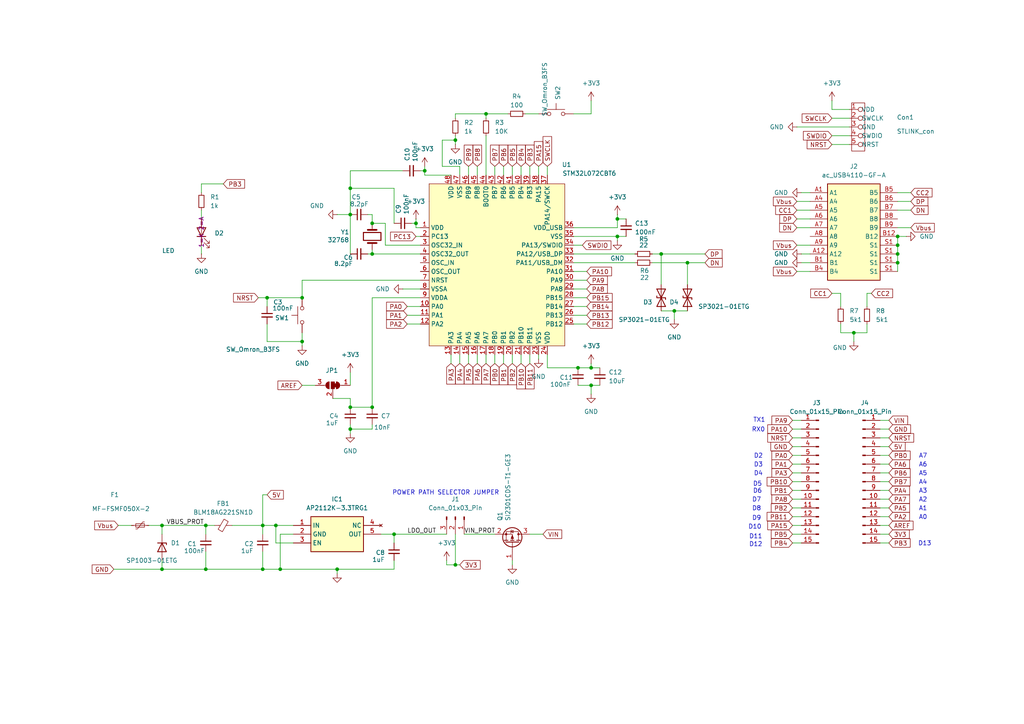
<source format=kicad_sch>
(kicad_sch (version 20250114) (generator "eeschema") (generator_version "9.0")
  (paper "A4")
  (title_block (title "Green Pill Nano") (date "31.10.2025") (rev "2.2") (company "LeanMCU"))
  (lib_symbols
    (symbol "Connector:Conn_01x03_Pin" (pin_names (offset 1.016) (hide yes))
      (property "Reference" "J" (at 0 5.08 0))
      (property "Value" "Conn_01x03_Pin" (at 0 -5.08 0))
      (symbol "Conn_01x03_Pin_1_1"
        (pin passive line (at 5.08 2.54 180) (length 3.81) (name "Pin_1") (number "1"))
        (pin passive line (at 5.08 0 180) (length 3.81) (name "Pin_2") (number "2"))
        (pin passive line (at 5.08 -2.54 180) (length 3.81) (name "Pin_3") (number "3"))
      )
    )
    (symbol "Connector:Conn_01x15_Pin" (pin_names (offset 1.016) (hide yes))
      (property "Reference" "J" (at 0 20.32 0))
      (property "Value" "Conn_01x15_Pin" (at 0 -20.32 0))
      (symbol "Conn_01x15_Pin_1_1"
        (pin passive line (at 5.08 17.78 180) (length 3.81) (name "Pin_1") (number "1"))
        (pin passive line (at 5.08 15.24 180) (length 3.81) (name "Pin_2") (number "2"))
        (pin passive line (at 5.08 12.7 180) (length 3.81) (name "Pin_3") (number "3"))
        (pin passive line (at 5.08 10.16 180) (length 3.81) (name "Pin_4") (number "4"))
        (pin passive line (at 5.08 7.62 180) (length 3.81) (name "Pin_5") (number "5"))
        (pin passive line (at 5.08 5.08 180) (length 3.81) (name "Pin_6") (number "6"))
        (pin passive line (at 5.08 2.54 180) (length 3.81) (name "Pin_7") (number "7"))
        (pin passive line (at 5.08 0 180) (length 3.81) (name "Pin_8") (number "8"))
        (pin passive line (at 5.08 -2.54 180) (length 3.81) (name "Pin_9") (number "9"))
        (pin passive line (at 5.08 -5.08 180) (length 3.81) (name "Pin_10") (number "10"))
        (pin passive line (at 5.08 -7.62 180) (length 3.81) (name "Pin_11") (number "11"))
        (pin passive line (at 5.08 -10.16 180) (length 3.81) (name "Pin_12") (number "12"))
        (pin passive line (at 5.08 -12.7 180) (length 3.81) (name "Pin_13") (number "13"))
        (pin passive line (at 5.08 -15.24 180) (length 3.81) (name "Pin_14") (number "14"))
        (pin passive line (at 5.08 -17.78 180) (length 3.81) (name "Pin_15") (number "15"))
      )
    )
    (symbol "Device:C_Small" (pin_numbers (hide yes)) (pin_names (offset 0.254) (hide yes))
      (property "Reference" "C" (at 0.254 1.778 0))
      (property "Value" "C_Small" (at 0.254 -2.032 0))
      (symbol "C_Small_1_1"
        (pin passive line (at 0 2.54 270) (length 2.032) (name "~") (number "1"))
        (pin passive line (at 0 -2.54 90) (length 2.032) (name "~") (number "2"))
      )
    )
    (symbol "Device:Crystal" (pin_numbers (hide yes)) (pin_names (offset 1.016) (hide yes))
      (property "Reference" "Y" (at 0 3.81 0))
      (property "Value" "Crystal" (at 0 -3.81 0))
      (symbol "Crystal_1_1"
        (pin passive line (at -3.81 0 0) (length 1.27) (name "1") (number "1"))
        (pin passive line (at 3.81 0 180) (length 1.27) (name "2") (number "2"))
      )
    )
    (symbol "Device:D_Zener" (pin_numbers (hide yes)) (pin_names (offset 1.016) (hide yes))
      (property "Reference" "D" (at 0 2.54 0))
      (property "Value" "D_Zener" (at 0 -2.54 0))
      (symbol "D_Zener_1_1"
        (pin passive line (at -3.81 0 0) (length 2.54) (name "K") (number "1"))
        (pin passive line (at 3.81 0 180) (length 2.54) (name "A") (number "2"))
      )
    )
    (symbol "Device:FerriteBead_Small" (pin_numbers (hide yes)) (pin_names (offset 0))
      (property "Reference" "FB" (at 1.905 1.27 0))
      (property "Value" "FerriteBead_Small" (at 1.905 -1.27 0))
      (symbol "FerriteBead_Small_1_1"
        (pin passive line (at 0 2.54 270) (length 1.27) (name "~") (number "1"))
        (pin passive line (at 0 -2.54 90) (length 1.27) (name "~") (number "2"))
      )
    )
    (symbol "Device:LED" (pin_numbers (hide yes)) (pin_names (offset 1.016) (hide yes))
      (property "Reference" "D" (at 0 2.54 0))
      (property "Value" "LED" (at 0 -2.54 0))
      (symbol "LED_1_1"
        (pin passive line (at -3.81 0 0) (length 2.54) (name "K") (number "1"))
        (pin passive line (at 3.81 0 180) (length 2.54) (name "A") (number "2"))
      )
    )
    (symbol "Device:Polyfuse_Small" (pin_numbers (hide yes)) (pin_names (offset 0))
      (property "Reference" "F" (at -1.905 0 90))
      (property "Value" "Polyfuse_Small" (at 1.905 0 90))
      (symbol "Polyfuse_Small_1_1"
        (pin passive line (at 0 2.54 270) (length 0.635) (name "~") (number "1"))
        (pin passive line (at 0 -2.54 90) (length 0.635) (name "~") (number "2"))
      )
    )
    (symbol "Device:R_Small" (pin_numbers (hide yes)) (pin_names (offset 0.254) (hide yes))
      (property "Reference" "R" (at 0 0 90))
      (property "Value" "R_Small" (at 1.778 0 90))
      (symbol "R_Small_1_1"
        (pin passive line (at 0 2.54 270) (length 0.762) (name "~") (number "1"))
        (pin passive line (at 0 -2.54 90) (length 0.762) (name "~") (number "2"))
      )
    )
    (symbol "Diode:1N62xxCA" (pin_numbers (hide yes)) (pin_names (offset 1.016) (hide yes))
      (property "Reference" "D" (at 0 2.54 0))
      (property "Value" "1N62xxCA" (at 0 -2.54 0))
      (symbol "1N62xxCA_1_1"
        (pin passive line (at -3.81 0 0) (length 2.54) (name "A1") (number "1"))
        (pin passive line (at 3.81 0 180) (length 2.54) (name "A2") (number "2"))
      )
    )
    (symbol "Jumper:SolderJumper_3_Bridged12" (pin_names (offset 0) (hide yes)) (in_bom no)
      (property "Reference" "JP" (at -2.54 -2.54 0))
      (property "Value" "SolderJumper_3_Bridged12" (at 0 2.794 0))
      (symbol "SolderJumper_3_Bridged12_1_1"
        (pin passive line (at -5.08 0 0) (length 2.54) (name "A") (number "1"))
        (pin passive line (at 0 -3.81 90) (length 2.54) (name "C") (number "2"))
        (pin passive line (at 5.08 0 180) (length 2.54) (name "B") (number "3"))
      )
    )
    (symbol "Switch:SW_Omron_B3FS" (pin_numbers (hide yes)) (pin_names (offset 1.016) (hide yes))
      (property "Reference" "SW" (at 1.27 2.54 0))
      (property "Value" "SW_Omron_B3FS" (at 0 -1.524 0))
      (symbol "SW_Omron_B3FS_0_1"
        (pin passive line (at -5.08 0 0) (length 2.54) (name "1") (number "1"))
        (pin passive line (at 5.08 0 180) (length 2.54) (name "2") (number "2"))
      )
    )
    (symbol "Transistor_FET:BSS83P" (pin_names (hide yes))
      (property "Reference" "Q" (at 5.08 1.905 0))
      (property "Value" "BSS83P" (at 5.08 0 0))
      (symbol "BSS83P_1_1"
        (pin input line (at -5.08 0 0) (length 2.54) (name "G") (number "1"))
        (pin passive line (at 2.54 5.08 270) (length 2.54) (name "D") (number "3"))
        (pin passive line (at 2.54 -5.08 90) (length 2.54) (name "S") (number "2"))
      )
    )
    (symbol "ac_Library:STLINK_con" (pin_names (offset 1.016))
      (property "Reference" "Con" (at 0 8.89 0))
      (property "Value" "STLINK_con" (at 0 -10.16 0))
      (symbol "STLINK_con_1_1"
        (pin bidirectional line (at -2.54 5.08 0) (length 2.54) (name "VDD") (number "1"))
        (pin bidirectional line (at -2.54 2.54 0) (length 2.54) (name "SWCLK") (number "2"))
        (pin bidirectional line (at -2.54 0 0) (length 2.54) (name "GND") (number "3"))
        (pin bidirectional line (at -2.54 -2.54 0) (length 2.54) (name "SWDIO") (number "4"))
        (pin bidirectional line (at -2.54 -5.08 0) (length 2.54) (name "NRST") (number "5"))
      )
    )
    (symbol "ac_Library:STM32L072CB"
      (property "Reference" "U" (at 0 37.846 0))
      (symbol "STM32L072CB_1_1"
        (pin input line (at -22.86 13.97 0) (length 2.54) (name "VDD") (number "1"))
        (pin input line (at -22.86 11.43 0) (length 2.54) (name "PC13") (number "2"))
        (pin input line (at -22.86 8.89 0) (length 2.54) (name "OSC32_IN") (number "3"))
        (pin input line (at -22.86 6.35 0) (length 2.54) (name "OSC32_OUT") (number "4"))
        (pin input line (at -22.86 3.81 0) (length 2.54) (name "OSC_IN") (number "5"))
        (pin input line (at -22.86 1.27 0) (length 2.54) (name "OSC_OUT") (number "6"))
        (pin input line (at -22.86 -1.27 0) (length 2.54) (name "NRST") (number "7"))
        (pin input line (at -22.86 -3.81 0) (length 2.54) (name "VSSA") (number "8"))
        (pin input line (at -22.86 -6.35 0) (length 2.54) (name "VDDA") (number "9"))
        (pin input line (at -22.86 -8.89 0) (length 2.54) (name "PA0") (number "10"))
        (pin input line (at -22.86 -11.43 0) (length 2.54) (name "PA1") (number "11"))
        (pin input line (at -22.86 -13.97 0) (length 2.54) (name "PA2") (number "12"))
        (pin input line (at -13.97 29.21 270) (length 2.54) (name "VDD") (number "48"))
        (pin input line (at -13.97 -22.86 90) (length 2.54) (name "PA3") (number "13"))
        (pin input line (at -11.43 29.21 270) (length 2.54) (name "VSS") (number "47"))
        (pin input line (at -11.43 -22.86 90) (length 2.54) (name "PA4") (number "14"))
        (pin input line (at -8.89 29.21 270) (length 2.54) (name "PB9") (number "46"))
        (pin input line (at -8.89 -22.86 90) (length 2.54) (name "PA5") (number "15"))
        (pin input line (at -6.35 29.21 270) (length 2.54) (name "PB8") (number "45"))
        (pin input line (at -6.35 -22.86 90) (length 2.54) (name "PA6") (number "16"))
        (pin input line (at -3.81 29.21 270) (length 2.54) (name "BOOT0") (number "44"))
        (pin input line (at -3.81 -22.86 90) (length 2.54) (name "PA7") (number "17"))
        (pin input line (at -1.27 29.21 270) (length 2.54) (name "PB7") (number "43"))
        (pin input line (at -1.27 -22.86 90) (length 2.54) (name "PB0") (number "18"))
        (pin input line (at 1.27 29.21 270) (length 2.54) (name "PB6") (number "42"))
        (pin input line (at 1.27 -22.86 90) (length 2.54) (name "PB1") (number "19"))
        (pin input line (at 3.81 29.21 270) (length 2.54) (name "PB5") (number "41"))
        (pin input line (at 3.81 -22.86 90) (length 2.54) (name "PB2") (number "20"))
        (pin input line (at 6.35 29.21 270) (length 2.54) (name "PB4") (number "40"))
        (pin input line (at 6.35 -22.86 90) (length 2.54) (name "PB10") (number "21"))
        (pin input line (at 8.89 29.21 270) (length 2.54) (name "PB3") (number "39"))
        (pin input line (at 8.89 -22.86 90) (length 2.54) (name "PB11") (number "22"))
        (pin input line (at 11.43 29.21 270) (length 2.54) (name "PA15") (number "38"))
        (pin input line (at 11.43 -22.86 90) (length 2.54) (name "VSS") (number "23"))
        (pin input line (at 13.97 29.21 270) (length 2.54) (name "PA14/SWCK") (number "37"))
        (pin input line (at 13.97 -22.86 90) (length 2.54) (name "VDD") (number "24"))
        (pin input line (at 21.59 13.97 180) (length 2.54) (name "VDD_USB") (number "36"))
        (pin input line (at 21.59 11.43 180) (length 2.54) (name "VSS") (number "35"))
        (pin input line (at 21.59 8.89 180) (length 2.54) (name "PA13/SWDIO") (number "34"))
        (pin input line (at 21.59 6.35 180) (length 2.54) (name "PA12/USB_DP") (number "33"))
        (pin input line (at 21.59 3.81 180) (length 2.54) (name "PA11/USB_DM") (number "32"))
        (pin input line (at 21.59 1.27 180) (length 2.54) (name "PA10") (number "31"))
        (pin input line (at 21.59 -1.27 180) (length 2.54) (name "PA9") (number "30"))
        (pin input line (at 21.59 -3.81 180) (length 2.54) (name "PA8") (number "29"))
        (pin input line (at 21.59 -6.35 180) (length 2.54) (name "PB15") (number "28"))
        (pin input line (at 21.59 -8.89 180) (length 2.54) (name "PB14") (number "27"))
        (pin input line (at 21.59 -11.43 180) (length 2.54) (name "PB13") (number "26"))
        (pin input line (at 21.59 -13.97 180) (length 2.54) (name "PB12") (number "25"))
      )
    )
    (symbol "ac_Library:TPS7A0233PDBVR"
      (property "Reference" "IC" (at 21.59 7.62 0))
      (property "Value" "TPS7A0233PDBVR" (at 21.59 5.08 0))
      (symbol "TPS7A0233PDBVR_1_1"
        (pin passive line (at 0 0 0) (length 5.08) (name "IN") (number "1"))
        (pin passive line (at 0 -2.54 0) (length 5.08) (name "GND") (number "2"))
        (pin passive line (at 0 -5.08 0) (length 5.08) (name "EN") (number "3"))
        (pin no_connect line (at 25.4 0 180) (length 5.08) (name "NC") (number "4"))
        (pin passive line (at 25.4 -2.54 180) (length 5.08) (name "OUT") (number "5"))
      )
    )
    (symbol "ac_USB_c_16p_1"
      (property "Reference" "J" (at 21.59 7.62 0))
      (property "Value" "ac_USB4110-GF-A" (at 21.59 5.08 0))
      (symbol "ac_USB_c_16p_1_1_1"
        (pin passive line (at 0 0 0) (length 5.08) (name "A1") (number "A1"))
        (pin passive line (at 0 -2.54 0) (length 5.08) (name "A4") (number "A4"))
        (pin passive line (at 0 -5.08 0) (length 5.08) (name "A5") (number "A5"))
        (pin passive line (at 0 -7.62 0) (length 5.08) (name "A6") (number "A6"))
        (pin passive line (at 0 -10.16 0) (length 5.08) (name "A7") (number "A7"))
        (pin passive line (at 0 -12.7 0) (length 5.08) (name "A8") (number "A8"))
        (pin passive line (at 0 -15.24 0) (length 5.08) (name "A9") (number "A9"))
        (pin passive line (at 0 -17.78 0) (length 5.08) (name "A12") (number "A12"))
        (pin passive line (at 0 -20.32 0) (length 5.08) (name "B1") (number "B1"))
        (pin passive line (at 0 -22.86 0) (length 5.08) (name "B4") (number "B4"))
        (pin passive line (at 25.4 0 180) (length 5.08) (name "B5") (number "B5"))
        (pin passive line (at 25.4 -2.54 180) (length 5.08) (name "B6") (number "B6"))
        (pin passive line (at 25.4 -5.08 180) (length 5.08) (name "B7") (number "B7"))
        (pin passive line (at 25.4 -7.62 180) (length 5.08) (name "B8") (number "B8"))
        (pin passive line (at 25.4 -10.16 180) (length 5.08) (name "B9") (number "B9"))
        (pin passive line (at 25.4 -12.7 180) (length 5.08) (name "B12") (number "B12"))
        (pin passive line (at 25.4 -15.24 180) (length 5.08) (name "S1") (number "S1"))
        (pin passive line (at 25.4 -17.78 180) (length 5.08) (name "S1") (number "S1"))
        (pin passive line (at 25.4 -20.32 180) (length 5.08) (name "S1") (number "S1"))
        (pin passive line (at 25.4 -22.86 180) (length 5.08) (name "S1") (number "S1"))
      )
    )
    (symbol "power:+3V3" (power) (pin_numbers (hide yes)) (pin_names (offset 0) (hide yes))
      (property "Value" "+3V3" (at 0 3.556 0))
      (symbol "+3V3_1_1"
        (pin power_in line (at 0 0 90) (length 0) (name "~") (number "1"))
      )
    )
    (symbol "power:GND" (power) (pin_numbers (hide yes)) (pin_names (offset 0) (hide yes))
      (property "Value" "GND" (at 0 -3.81 0))
      (symbol "GND_1_1"
        (pin power_in line (at 0 0 270) (length 0) (name "~") (number "1"))
      )
    )
  )
  (text "D7" (at 219.456 145.034 0) (effects (font (size 1.27 1.27))))
  (text "A6" (at 267.716 134.874 0) (effects (font (size 1.27 1.27))))
  (text "TX1" (at 220.218 121.92 0) (effects (font (size 1.27 1.27))))
  (text "D5" (at 219.71 140.462 0) (effects (font (size 1.27 1.27))))
  (text "D11" (at 219.202 155.702 0) (effects (font (size 1.27 1.27))))
  (text "A0" (at 267.716 150.114 0) (effects (font (size 1.27 1.27))))
  (text "D13" (at 268.224 157.734 0) (effects (font (size 1.27 1.27))))
  (text "D3" (at 219.964 134.874 0) (effects (font (size 1.27 1.27))))
  (text "D8" (at 219.456 147.574 0) (effects (font (size 1.27 1.27))))
  (text "RX0" (at 219.964 124.714 0) (effects (font (size 1.27 1.27))))
  (text "D2" (at 219.964 132.334 0) (effects (font (size 1.27 1.27))))
  (text "D10\n" (at 218.948 152.908 0) (effects (font (size 1.27 1.27))))
  (text "D12" (at 219.202 157.988 0) (effects (font (size 1.27 1.27))))
  (text "A2" (at 267.716 145.034 0) (effects (font (size 1.27 1.27))))
  (text "D6" (at 219.71 142.494 0) (effects (font (size 1.27 1.27))))
  (text "POWER PATH SELECTOR JUMPER" (at 129.286 143.002 0) (effects (font (size 1.27 1.27))))
  (text "D4" (at 219.964 137.414 0) (effects (font (size 1.27 1.27))))
  (text "A3" (at 267.716 142.494 0) (effects (font (size 1.27 1.27))))
  (text "A1" (at 267.716 147.574 0) (effects (font (size 1.27 1.27))))
  (text "D9" (at 219.456 150.368 0) (effects (font (size 1.27 1.27))))
  (text "A5" (at 267.716 137.414 0) (effects (font (size 1.27 1.27))))
  (text "A7" (at 267.716 132.334 0) (effects (font (size 1.27 1.27))))
  (text "A4" (at 267.716 139.954 0) (effects (font (size 1.27 1.27))))
  (junction (at 101.6 62.23))
  (junction (at 179.07 68.58))
  (junction (at 247.65 96.52))
  (junction (at 59.69 165.1))
  (junction (at 80.01 152.4))
  (junction (at 191.77 73.66))
  (junction (at 120.65 64.77))
  (junction (at 101.6 124.46))
  (junction (at 167.64 106.68))
  (junction (at 123.19 49.53))
  (junction (at 87.63 99.06))
  (junction (at 171.45 106.68))
  (junction (at 81.28 165.1))
  (junction (at 140.97 33.02))
  (junction (at 97.79 165.1))
  (junction (at 179.07 63.5))
  (junction (at 171.45 111.76))
  (junction (at 107.95 64.77))
  (junction (at 199.39 76.2))
  (junction (at 260.35 73.66))
  (junction (at 76.2 165.1))
  (junction (at 46.99 165.1))
  (junction (at 195.58 90.17))
  (junction (at 59.69 152.4))
  (junction (at 132.08 163.83))
  (junction (at 107.95 118.11))
  (junction (at 101.6 54.61))
  (junction (at 87.63 86.36))
  (junction (at 260.35 71.12))
  (junction (at 101.6 118.11))
  (junction (at 77.47 86.36))
  (junction (at 114.3 154.94))
  (junction (at 260.35 68.58))
  (junction (at 76.2 152.4))
  (junction (at 132.08 40.64))
  (junction (at 46.99 152.4))
  (junction (at 260.35 76.2))
  (junction (at 107.95 73.66))
  (wire (pts (xy 87.63 99.06) (xy 87.63 100.33)))
  (wire (pts (xy 59.69 152.4) (xy 62.23 152.4)))
  (wire (pts (xy 140.97 34.29) (xy 140.97 33.02)))
  (wire (pts (xy 153.67 102.87) (xy 153.67 105.41)))
  (wire (pts (xy 119.38 64.77) (xy 120.65 64.77)))
  (wire (pts (xy 189.23 73.66) (xy 191.77 73.66)))
  (wire (pts (xy 116.84 83.82) (xy 121.92 83.82)))
  (wire (pts (xy 76.2 160.02) (xy 76.2 165.1)))
  (wire (pts (xy 128.27 48.26) (xy 128.27 40.64)))
  (wire (pts (xy 229.87 144.78) (xy 232.41 144.78)))
  (wire (pts (xy 132.08 33.02) (xy 132.08 34.29)))
  (wire (pts (xy 121.92 49.53) (xy 123.19 49.53)))
  (wire (pts (xy 166.37 33.02) (xy 171.45 33.02)))
  (wire (pts (xy 135.89 102.87) (xy 135.89 105.41)))
  (wire (pts (xy 229.87 142.24) (xy 232.41 142.24)))
  (wire (pts (xy 76.2 143.51) (xy 76.2 152.4)))
  (wire (pts (xy 151.13 48.26) (xy 151.13 50.8)))
  (wire (pts (xy 252.73 85.09) (xy 251.46 85.09)))
  (wire (pts (xy 81.28 165.1) (xy 97.79 165.1)))
  (wire (pts (xy 166.37 73.66) (xy 184.15 73.66)))
  (wire (pts (xy 132.08 163.83) (xy 133.35 163.83)))
  (wire (pts (xy 153.67 48.26) (xy 153.67 50.8)))
  (wire (pts (xy 143.51 48.26) (xy 143.51 50.8)))
  (wire (pts (xy 171.45 106.68) (xy 173.99 106.68)))
  (wire (pts (xy 199.39 76.2) (xy 199.39 82.55)))
  (wire (pts (xy 229.87 127) (xy 232.41 127)))
  (wire (pts (xy 255.27 147.32) (xy 257.81 147.32)))
  (wire (pts (xy 167.64 106.68) (xy 158.75 106.68)))
  (wire (pts (xy 260.35 73.66) (xy 260.35 76.2)))
  (wire (pts (xy 59.69 152.4) (xy 59.69 154.94)))
  (wire (pts (xy 151.13 102.87) (xy 151.13 105.41)))
  (wire (pts (xy 232.41 73.66) (xy 234.95 73.66)))
  (wire (pts (xy 251.46 85.09) (xy 251.46 88.9)))
  (wire (pts (xy 229.87 137.16) (xy 232.41 137.16)))
  (wire (pts (xy 255.27 152.4) (xy 257.81 152.4)))
  (wire (pts (xy 101.6 62.23) (xy 101.6 73.66)))
  (wire (pts (xy 166.37 78.74) (xy 170.18 78.74)))
  (wire (pts (xy 231.14 71.12) (xy 234.95 71.12)))
  (wire (pts (xy 133.35 48.26) (xy 128.27 48.26)))
  (wire (pts (xy 46.99 152.4) (xy 46.99 154.94)))
  (wire (pts (xy 255.27 129.54) (xy 257.81 129.54)))
  (wire (pts (xy 158.75 106.68) (xy 158.75 102.87)))
  (wire (pts (xy 260.35 71.12) (xy 260.35 73.66)))
  (wire (pts (xy 138.43 102.87) (xy 138.43 105.41)))
  (wire (pts (xy 85.09 154.94) (xy 81.28 154.94)))
  (wire (pts (xy 229.87 152.4) (xy 232.41 152.4)))
  (wire (pts (xy 148.59 48.26) (xy 148.59 50.8)))
  (wire (pts (xy 191.77 73.66) (xy 191.77 82.55)))
  (wire (pts (xy 111.76 71.12) (xy 121.92 71.12)))
  (wire (pts (xy 107.95 124.46) (xy 101.6 124.46)))
  (wire (pts (xy 229.87 149.86) (xy 232.41 149.86)))
  (wire (pts (xy 80.01 157.48) (xy 80.01 152.4)))
  (wire (pts (xy 118.11 88.9) (xy 121.92 88.9)))
  (wire (pts (xy 135.89 48.26) (xy 135.89 50.8)))
  (wire (pts (xy 229.87 139.7) (xy 232.41 139.7)))
  (wire (pts (xy 87.63 96.52) (xy 87.63 99.06)))
  (wire (pts (xy 231.14 60.96) (xy 234.95 60.96)))
  (wire (pts (xy 247.65 96.52) (xy 247.65 99.06)))
  (wire (pts (xy 114.3 157.48) (xy 114.3 154.94)))
  (wire (pts (xy 255.27 134.62) (xy 257.81 134.62)))
  (wire (pts (xy 114.3 54.61) (xy 101.6 54.61)))
  (wire (pts (xy 77.47 143.51) (xy 76.2 143.51)))
  (wire (pts (xy 241.3 39.37) (xy 246.38 39.37)))
  (wire (pts (xy 132.08 154.94) (xy 132.08 163.83)))
  (wire (pts (xy 120.65 63.5) (xy 120.65 64.77)))
  (wire (pts (xy 179.07 62.23) (xy 179.07 63.5)))
  (wire (pts (xy 191.77 90.17) (xy 195.58 90.17)))
  (wire (pts (xy 87.63 111.76) (xy 91.44 111.76)))
  (wire (pts (xy 33.02 165.1) (xy 46.99 165.1)))
  (wire (pts (xy 76.2 165.1) (xy 81.28 165.1)))
  (wire (pts (xy 231.14 36.83) (xy 246.38 36.83)))
  (wire (pts (xy 255.27 137.16) (xy 257.81 137.16)))
  (wire (pts (xy 167.64 106.68) (xy 171.45 106.68)))
  (wire (pts (xy 156.21 102.87) (xy 156.21 104.14)))
  (wire (pts (xy 255.27 127) (xy 257.81 127)))
  (wire (pts (xy 191.77 73.66) (xy 204.47 73.66)))
  (wire (pts (xy 255.27 149.86) (xy 257.81 149.86)))
  (wire (pts (xy 130.81 102.87) (xy 130.81 105.41)))
  (wire (pts (xy 132.08 33.02) (xy 140.97 33.02)))
  (wire (pts (xy 87.63 81.28) (xy 87.63 86.36)))
  (wire (pts (xy 133.35 50.8) (xy 133.35 48.26)))
  (wire (pts (xy 255.27 121.92) (xy 257.81 121.92)))
  (wire (pts (xy 46.99 152.4) (xy 59.69 152.4)))
  (wire (pts (xy 195.58 90.17) (xy 199.39 90.17)))
  (wire (pts (xy 87.63 81.28) (xy 121.92 81.28)))
  (wire (pts (xy 260.35 68.58) (xy 260.35 71.12)))
  (wire (pts (xy 107.95 73.66) (xy 121.92 73.66)))
  (wire (pts (xy 229.87 121.92) (xy 232.41 121.92)))
  (wire (pts (xy 199.39 76.2) (xy 204.47 76.2)))
  (wire (pts (xy 243.84 96.52) (xy 247.65 96.52)))
  (wire (pts (xy 59.69 160.02) (xy 59.69 165.1)))
  (wire (pts (xy 138.43 48.26) (xy 138.43 50.8)))
  (wire (pts (xy 179.07 66.04) (xy 179.07 63.5)))
  (wire (pts (xy 255.27 139.7) (xy 257.81 139.7)))
  (wire (pts (xy 241.3 34.29) (xy 246.38 34.29)))
  (wire (pts (xy 260.35 60.96) (xy 264.16 60.96)))
  (wire (pts (xy 166.37 93.98) (xy 170.18 93.98)))
  (wire (pts (xy 120.65 66.04) (xy 121.92 66.04)))
  (wire (pts (xy 231.14 66.04) (xy 234.95 66.04)))
  (wire (pts (xy 140.97 39.37) (xy 140.97 50.8)))
  (wire (pts (xy 133.35 102.87) (xy 133.35 105.41)))
  (wire (pts (xy 179.07 68.58) (xy 181.61 68.58)))
  (wire (pts (xy 107.95 124.46) (xy 107.95 123.19)))
  (wire (pts (xy 231.14 58.42) (xy 234.95 58.42)))
  (wire (pts (xy 46.99 165.1) (xy 59.69 165.1)))
  (wire (pts (xy 120.65 68.58) (xy 121.92 68.58)))
  (wire (pts (xy 114.3 154.94) (xy 110.49 154.94)))
  (wire (pts (xy 166.37 76.2) (xy 184.15 76.2)))
  (wire (pts (xy 120.65 64.77) (xy 120.65 66.04)))
  (wire (pts (xy 97.79 62.23) (xy 101.6 62.23)))
  (wire (pts (xy 189.23 76.2) (xy 199.39 76.2)))
  (wire (pts (xy 118.11 91.44) (xy 121.92 91.44)))
  (wire (pts (xy 114.3 162.56) (xy 114.3 165.1)))
  (wire (pts (xy 231.14 78.74) (xy 234.95 78.74)))
  (wire (pts (xy 166.37 83.82) (xy 170.18 83.82)))
  (wire (pts (xy 229.87 154.94) (xy 232.41 154.94)))
  (wire (pts (xy 107.95 62.23) (xy 107.95 64.77)))
  (wire (pts (xy 43.18 152.4) (xy 46.99 152.4)))
  (wire (pts (xy 107.95 73.66) (xy 107.95 72.39)))
  (wire (pts (xy 243.84 85.09) (xy 243.84 88.9)))
  (wire (pts (xy 85.09 157.48) (xy 80.01 157.48)))
  (wire (pts (xy 241.3 41.91) (xy 246.38 41.91)))
  (wire (pts (xy 80.01 152.4) (xy 85.09 152.4)))
  (wire (pts (xy 255.27 144.78) (xy 257.81 144.78)))
  (wire (pts (xy 195.58 90.17) (xy 195.58 92.71)))
  (wire (pts (xy 166.37 66.04) (xy 179.07 66.04)))
  (wire (pts (xy 77.47 86.36) (xy 87.63 86.36)))
  (wire (pts (xy 166.37 68.58) (xy 179.07 68.58)))
  (wire (pts (xy 166.37 88.9) (xy 170.18 88.9)))
  (wire (pts (xy 58.42 60.96) (xy 58.42 63.5)))
  (wire (pts (xy 101.6 123.19) (xy 101.6 124.46)))
  (wire (pts (xy 116.84 49.53) (xy 101.6 49.53)))
  (wire (pts (xy 148.59 162.56) (xy 148.59 163.83)))
  (wire (pts (xy 123.19 48.26) (xy 123.19 49.53)))
  (wire (pts (xy 251.46 96.52) (xy 251.46 93.98)))
  (wire (pts (xy 171.45 111.76) (xy 173.99 111.76)))
  (wire (pts (xy 118.11 93.98) (xy 121.92 93.98)))
  (wire (pts (xy 156.21 48.26) (xy 156.21 50.8)))
  (wire (pts (xy 232.41 76.2) (xy 234.95 76.2)))
  (wire (pts (xy 229.87 132.08) (xy 232.41 132.08)))
  (wire (pts (xy 77.47 86.36) (xy 77.47 88.9)))
  (wire (pts (xy 229.87 134.62) (xy 232.41 134.62)))
  (wire (pts (xy 247.65 96.52) (xy 251.46 96.52)))
  (wire (pts (xy 106.68 73.66) (xy 107.95 73.66)))
  (wire (pts (xy 76.2 152.4) (xy 80.01 152.4)))
  (wire (pts (xy 46.99 162.56) (xy 46.99 165.1)))
  (wire (pts (xy 241.3 29.21) (xy 241.3 31.75)))
  (wire (pts (xy 96.52 115.57) (xy 101.6 115.57)))
  (wire (pts (xy 132.08 40.64) (xy 132.08 41.91)))
  (wire (pts (xy 146.05 102.87) (xy 146.05 105.41)))
  (wire (pts (xy 111.76 71.12) (xy 111.76 64.77)))
  (wire (pts (xy 107.95 86.36) (xy 107.95 118.11)))
  (wire (pts (xy 101.6 49.53) (xy 101.6 54.61)))
  (wire (pts (xy 143.51 102.87) (xy 143.51 105.41)))
  (wire (pts (xy 255.27 157.48) (xy 257.81 157.48)))
  (wire (pts (xy 101.6 124.46) (xy 101.6 125.73)))
  (wire (pts (xy 152.4 33.02) (xy 156.21 33.02)))
  (wire (pts (xy 171.45 29.21) (xy 171.45 33.02)))
  (wire (pts (xy 58.42 53.34) (xy 58.42 55.88)))
  (wire (pts (xy 229.87 147.32) (xy 232.41 147.32)))
  (wire (pts (xy 128.27 40.64) (xy 132.08 40.64)))
  (wire (pts (xy 148.59 102.87) (xy 148.59 105.41)))
  (wire (pts (xy 58.42 53.34) (xy 64.77 53.34)))
  (wire (pts (xy 179.07 63.5) (xy 181.61 63.5)))
  (wire (pts (xy 58.42 71.12) (xy 58.42 73.66)))
  (wire (pts (xy 76.2 152.4) (xy 76.2 154.94)))
  (wire (pts (xy 81.28 154.94) (xy 81.28 165.1)))
  (wire (pts (xy 107.95 86.36) (xy 121.92 86.36)))
  (wire (pts (xy 129.54 163.83) (xy 129.54 162.56)))
  (wire (pts (xy 114.3 154.94) (xy 129.54 154.94)))
  (wire (pts (xy 229.87 129.54) (xy 232.41 129.54)))
  (wire (pts (xy 77.47 93.98) (xy 77.47 99.06)))
  (wire (pts (xy 241.3 85.09) (xy 243.84 85.09)))
  (wire (pts (xy 134.62 154.94) (xy 143.51 154.94)))
  (wire (pts (xy 255.27 142.24) (xy 257.81 142.24)))
  (wire (pts (xy 34.29 152.4) (xy 38.1 152.4)))
  (wire (pts (xy 129.54 163.83) (xy 132.08 163.83)))
  (wire (pts (xy 260.35 76.2) (xy 260.35 78.74)))
  (wire (pts (xy 232.41 55.88) (xy 234.95 55.88)))
  (wire (pts (xy 255.27 132.08) (xy 257.81 132.08)))
  (wire (pts (xy 74.93 86.36) (xy 77.47 86.36)))
  (wire (pts (xy 260.35 66.04) (xy 264.16 66.04)))
  (wire (pts (xy 260.35 55.88) (xy 264.16 55.88)))
  (wire (pts (xy 111.76 64.77) (xy 107.95 64.77)))
  (wire (pts (xy 123.19 50.8) (xy 130.81 50.8)))
  (wire (pts (xy 166.37 86.36) (xy 170.18 86.36)))
  (wire (pts (xy 260.35 68.58) (xy 262.89 68.58)))
  (wire (pts (xy 97.79 165.1) (xy 114.3 165.1)))
  (wire (pts (xy 171.45 111.76) (xy 171.45 114.3)))
  (wire (pts (xy 243.84 93.98) (xy 243.84 96.52)))
  (wire (pts (xy 229.87 124.46) (xy 232.41 124.46)))
  (wire (pts (xy 153.67 154.94) (xy 157.48 154.94)))
  (wire (pts (xy 67.31 152.4) (xy 76.2 152.4)))
  (wire (pts (xy 77.47 99.06) (xy 87.63 99.06)))
  (wire (pts (xy 158.75 48.26) (xy 158.75 50.8)))
  (wire (pts (xy 171.45 105.41) (xy 171.45 106.68)))
  (wire (pts (xy 123.19 49.53) (xy 123.19 50.8)))
  (wire (pts (xy 231.14 63.5) (xy 234.95 63.5)))
  (wire (pts (xy 255.27 154.94) (xy 257.81 154.94)))
  (wire (pts (xy 241.3 31.75) (xy 246.38 31.75)))
  (wire (pts (xy 101.6 118.11) (xy 107.95 118.11)))
  (wire (pts (xy 59.69 165.1) (xy 76.2 165.1)))
  (wire (pts (xy 97.79 165.1) (xy 97.79 166.37)))
  (wire (pts (xy 166.37 71.12) (xy 168.91 71.12)))
  (wire (pts (xy 101.6 107.95) (xy 101.6 111.76)))
  (wire (pts (xy 179.07 68.58) (xy 179.07 69.85)))
  (wire (pts (xy 101.6 54.61) (xy 101.6 62.23)))
  (wire (pts (xy 132.08 39.37) (xy 132.08 40.64)))
  (wire (pts (xy 166.37 91.44) (xy 170.18 91.44)))
  (wire (pts (xy 140.97 33.02) (xy 147.32 33.02)))
  (wire (pts (xy 146.05 48.26) (xy 146.05 50.8)))
  (wire (pts (xy 114.3 64.77) (xy 114.3 54.61)))
  (wire (pts (xy 260.35 58.42) (xy 264.16 58.42)))
  (wire (pts (xy 166.37 81.28) (xy 170.18 81.28)))
  (wire (pts (xy 101.6 115.57) (xy 101.6 118.11)))
  (wire (pts (xy 167.64 111.76) (xy 171.45 111.76)))
  (wire (pts (xy 255.27 124.46) (xy 257.81 124.46)))
  (wire (pts (xy 229.87 157.48) (xy 232.41 157.48)))
  (wire (pts (xy 140.97 102.87) (xy 140.97 105.41)))
  (wire (pts (xy 106.68 62.23) (xy 107.95 62.23)))
  (label "LDO_OUT" (at 118.11 154.94 0))
  (label "VIN_PROT" (at 134.62 154.94 0))
  (label "VBUS_PROT" (at 48.26 152.4 0))
  (global_label "PB8" (shape input) (at 138.43 48.26 90) (property "Intersheetrefs" "${INTERSHEET_REFS}" (effects (hide yes))))
  (global_label "PB3" (shape input) (at 153.67 48.26 90) (property "Intersheetrefs" "${INTERSHEET_REFS}" (effects (hide yes))))
  (global_label "VIN" (shape input) (at 257.81 121.92 0) (property "Intersheetrefs" "${INTERSHEET_REFS}" (effects (hide yes))))
  (global_label "NRST" (shape input) (at 229.87 127 180) (property "Intersheetrefs" "${INTERSHEET_REFS}" (effects (hide yes))))
  (global_label "VIN" (shape input) (at 157.48 154.94 0) (property "Intersheetrefs" "${INTERSHEET_REFS}" (effects (hide yes))))
  (global_label "PA0" (shape input) (at 229.87 132.08 180) (property "Intersheetrefs" "${INTERSHEET_REFS}" (effects (hide yes))))
  (global_label "PA10" (shape input) (at 170.18 78.74 0) (property "Intersheetrefs" "${INTERSHEET_REFS}" (effects (hide yes))))
  (global_label "PA3" (shape input) (at 229.87 137.16 180) (property "Intersheetrefs" "${INTERSHEET_REFS}" (effects (hide yes))))
  (global_label "PA1" (shape input) (at 229.87 134.62 180) (property "Intersheetrefs" "${INTERSHEET_REFS}" (effects (hide yes))))
  (global_label "PB10" (shape input) (at 151.13 105.41 270) (property "Intersheetrefs" "${INTERSHEET_REFS}" (effects (hide yes))))
  (global_label "PA10" (shape input) (at 229.87 124.46 180) (property "Intersheetrefs" "${INTERSHEET_REFS}" (effects (hide yes))))
  (global_label "DN" (shape input) (at 264.16 60.96 0) (property "Intersheetrefs" "${INTERSHEET_REFS}" (effects (hide yes))))
  (global_label "DN" (shape input) (at 204.47 76.2 0) (property "Intersheetrefs" "${INTERSHEET_REFS}" (effects (hide yes))))
  (global_label "PA9" (shape input) (at 170.18 81.28 0) (property "Intersheetrefs" "${INTERSHEET_REFS}" (effects (hide yes))))
  (global_label "PA2" (shape input) (at 118.11 93.98 180) (property "Intersheetrefs" "${INTERSHEET_REFS}" (effects (hide yes))))
  (global_label "AREF" (shape input) (at 257.81 152.4 0) (property "Intersheetrefs" "${INTERSHEET_REFS}" (effects (hide yes))))
  (global_label "SWDIO" (shape input) (at 241.3 39.37 180) (property "Intersheetrefs" "${INTERSHEET_REFS}" (effects (hide yes))))
  (global_label "PA7" (shape input) (at 140.97 105.41 270) (property "Intersheetrefs" "${INTERSHEET_REFS}" (effects (hide yes))))
  (global_label "PB4" (shape input) (at 229.87 157.48 180) (property "Intersheetrefs" "${INTERSHEET_REFS}" (effects (hide yes))))
  (global_label "CC1" (shape input) (at 241.3 85.09 180) (property "Intersheetrefs" "${INTERSHEET_REFS}" (effects (hide yes))))
  (global_label "PA4" (shape input) (at 257.81 142.24 0) (property "Intersheetrefs" "${INTERSHEET_REFS}" (effects (hide yes))))
  (global_label "5V" (shape input) (at 257.81 129.54 0) (property "Intersheetrefs" "${INTERSHEET_REFS}" (effects (hide yes))))
  (global_label "PB3" (shape input) (at 257.81 157.48 0) (property "Intersheetrefs" "${INTERSHEET_REFS}" (effects (hide yes))))
  (global_label "GND" (shape input) (at 257.81 124.46 0) (property "Intersheetrefs" "${INTERSHEET_REFS}" (effects (hide yes))) (property "Netclass" "GND" (effects (hide yes))))
  (global_label "PA5" (shape input) (at 135.89 105.41 270) (property "Intersheetrefs" "${INTERSHEET_REFS}" (effects (hide yes))))
  (global_label "Vbus" (shape input) (at 231.14 71.12 180) (property "Intersheetrefs" "${INTERSHEET_REFS}" (effects (hide yes))))
  (global_label "NRST" (shape input) (at 257.81 127 0) (property "Intersheetrefs" "${INTERSHEET_REFS}" (effects (hide yes))))
  (global_label "PB7" (shape input) (at 257.81 139.7 0) (property "Intersheetrefs" "${INTERSHEET_REFS}" (effects (hide yes))))
  (global_label "PB5" (shape input) (at 148.59 48.26 90) (property "Intersheetrefs" "${INTERSHEET_REFS}" (effects (hide yes))))
  (global_label "PB14" (shape input) (at 170.18 88.9 0) (property "Intersheetrefs" "${INTERSHEET_REFS}" (effects (hide yes))))
  (global_label "PB1" (shape input) (at 229.87 142.24 180) (property "Intersheetrefs" "${INTERSHEET_REFS}" (effects (hide yes))))
  (global_label "PB0" (shape input) (at 257.81 132.08 0) (property "Intersheetrefs" "${INTERSHEET_REFS}" (effects (hide yes))))
  (global_label "PA15" (shape input) (at 156.21 48.26 90) (property "Intersheetrefs" "${INTERSHEET_REFS}" (effects (hide yes))))
  (global_label "PB6" (shape input) (at 146.05 48.26 90) (property "Intersheetrefs" "${INTERSHEET_REFS}" (effects (hide yes))))
  (global_label "AREF" (shape input) (at 87.63 111.76 180) (property "Intersheetrefs" "${INTERSHEET_REFS}" (effects (hide yes))))
  (global_label "SWDIO" (shape input) (at 168.91 71.12 0) (property "Intersheetrefs" "${INTERSHEET_REFS}" (effects (hide yes))))
  (global_label "PA6" (shape input) (at 138.43 105.41 270) (property "Intersheetrefs" "${INTERSHEET_REFS}" (effects (hide yes))))
  (global_label "PA9" (shape input) (at 229.87 121.92 180) (property "Intersheetrefs" "${INTERSHEET_REFS}" (effects (hide yes))))
  (global_label "3V3" (shape input) (at 133.35 163.83 0) (property "Intersheetrefs" "${INTERSHEET_REFS}" (effects (hide yes))) (property "Netclass" "Default" (effects (hide yes))))
  (global_label "PB6" (shape input) (at 257.81 137.16 0) (property "Intersheetrefs" "${INTERSHEET_REFS}" (effects (hide yes))))
  (global_label "PA7" (shape input) (at 257.81 144.78 0) (property "Intersheetrefs" "${INTERSHEET_REFS}" (effects (hide yes))))
  (global_label "PB0" (shape input) (at 143.51 105.41 270) (property "Intersheetrefs" "${INTERSHEET_REFS}" (effects (hide yes))))
  (global_label "GND" (shape input) (at 229.87 129.54 180) (property "Intersheetrefs" "${INTERSHEET_REFS}" (effects (hide yes))) (property "Netclass" "GND" (effects (hide yes))))
  (global_label "SWCLK" (shape input) (at 158.75 48.26 90) (property "Intersheetrefs" "${INTERSHEET_REFS}" (effects (hide yes))))
  (global_label "CC1" (shape input) (at 231.14 60.96 180) (property "Intersheetrefs" "${INTERSHEET_REFS}" (effects (hide yes))))
  (global_label "PB11" (shape input) (at 153.67 105.41 270) (property "Intersheetrefs" "${INTERSHEET_REFS}" (effects (hide yes))))
  (global_label "CC2" (shape input) (at 264.16 55.88 0) (property "Intersheetrefs" "${INTERSHEET_REFS}" (effects (hide yes))))
  (global_label "PB15" (shape input) (at 170.18 86.36 0) (property "Intersheetrefs" "${INTERSHEET_REFS}" (effects (hide yes))))
  (global_label "PA5" (shape input) (at 257.81 147.32 0) (property "Intersheetrefs" "${INTERSHEET_REFS}" (effects (hide yes))))
  (global_label "5V" (shape input) (at 77.47 143.51 0) (property "Intersheetrefs" "${INTERSHEET_REFS}" (effects (hide yes))))
  (global_label "PC13" (shape input) (at 120.65 68.58 180) (property "Intersheetrefs" "${INTERSHEET_REFS}" (effects (hide yes))))
  (global_label "Vbus" (shape input) (at 231.14 58.42 180) (property "Intersheetrefs" "${INTERSHEET_REFS}" (effects (hide yes))))
  (global_label "PB10" (shape input) (at 229.87 139.7 180) (property "Intersheetrefs" "${INTERSHEET_REFS}" (effects (hide yes))))
  (global_label "3V3" (shape input) (at 257.81 154.94 0) (property "Intersheetrefs" "${INTERSHEET_REFS}" (effects (hide yes))) (property "Netclass" "Default" (effects (hide yes))))
  (global_label "Vbus" (shape input) (at 231.14 78.74 180) (property "Intersheetrefs" "${INTERSHEET_REFS}" (effects (hide yes))))
  (global_label "DP" (shape input) (at 231.14 63.5 180) (property "Intersheetrefs" "${INTERSHEET_REFS}" (effects (hide yes))))
  (global_label "PA4" (shape input) (at 133.35 105.41 270) (property "Intersheetrefs" "${INTERSHEET_REFS}" (effects (hide yes))))
  (global_label "PA15" (shape input) (at 229.87 152.4 180) (property "Intersheetrefs" "${INTERSHEET_REFS}" (effects (hide yes))))
  (global_label "PB4" (shape input) (at 151.13 48.26 90) (property "Intersheetrefs" "${INTERSHEET_REFS}" (effects (hide yes))))
  (global_label "PA8" (shape input) (at 170.18 83.82 0) (property "Intersheetrefs" "${INTERSHEET_REFS}" (effects (hide yes))))
  (global_label "Vbus" (shape input) (at 34.29 152.4 180) (property "Intersheetrefs" "${INTERSHEET_REFS}" (effects (hide yes))))
  (global_label "PB1" (shape input) (at 146.05 105.41 270) (property "Intersheetrefs" "${INTERSHEET_REFS}" (effects (hide yes))))
  (global_label "PB12" (shape input) (at 170.18 93.98 0) (property "Intersheetrefs" "${INTERSHEET_REFS}" (effects (hide yes))))
  (global_label "PB11" (shape input) (at 229.87 149.86 180) (property "Intersheetrefs" "${INTERSHEET_REFS}" (effects (hide yes))))
  (global_label "PA8" (shape input) (at 229.87 144.78 180) (property "Intersheetrefs" "${INTERSHEET_REFS}" (effects (hide yes))))
  (global_label "PB2" (shape input) (at 229.87 147.32 180) (property "Intersheetrefs" "${INTERSHEET_REFS}" (effects (hide yes))))
  (global_label "GND" (shape input) (at 33.02 165.1 180) (property "Intersheetrefs" "${INTERSHEET_REFS}" (effects (hide yes))))
  (global_label "NRST" (shape input) (at 241.3 41.91 180) (property "Intersheetrefs" "${INTERSHEET_REFS}" (effects (hide yes))))
  (global_label "PB9" (shape input) (at 135.89 48.26 90) (property "Intersheetrefs" "${INTERSHEET_REFS}" (effects (hide yes))))
  (global_label "PB7" (shape input) (at 143.51 48.26 90) (property "Intersheetrefs" "${INTERSHEET_REFS}" (effects (hide yes))))
  (global_label "SWCLK" (shape input) (at 241.3 34.29 180) (property "Intersheetrefs" "${INTERSHEET_REFS}" (effects (hide yes))))
  (global_label "PA2" (shape input) (at 257.81 149.86 0) (property "Intersheetrefs" "${INTERSHEET_REFS}" (effects (hide yes))))
  (global_label "CC2" (shape input) (at 252.73 85.09 0) (property "Intersheetrefs" "${INTERSHEET_REFS}" (effects (hide yes))))
  (global_label "PA0" (shape input) (at 118.11 88.9 180) (property "Intersheetrefs" "${INTERSHEET_REFS}" (effects (hide yes))))
  (global_label "PB3" (shape input) (at 64.77 53.34 0) (property "Intersheetrefs" "${INTERSHEET_REFS}" (effects (hide yes))))
  (global_label "PA6" (shape input) (at 257.81 134.62 0) (property "Intersheetrefs" "${INTERSHEET_REFS}" (effects (hide yes))))
  (global_label "PA3" (shape input) (at 130.81 105.41 270) (property "Intersheetrefs" "${INTERSHEET_REFS}" (effects (hide yes))))
  (global_label "PB5" (shape input) (at 229.87 154.94 180) (property "Intersheetrefs" "${INTERSHEET_REFS}" (effects (hide yes))))
  (global_label "DP" (shape input) (at 264.16 58.42 0) (property "Intersheetrefs" "${INTERSHEET_REFS}" (effects (hide yes))))
  (global_label "NRST" (shape input) (at 74.93 86.36 180) (property "Intersheetrefs" "${INTERSHEET_REFS}" (effects (hide yes))))
  (global_label "Vbus" (shape input) (at 264.16 66.04 0) (property "Intersheetrefs" "${INTERSHEET_REFS}" (effects (hide yes))))
  (global_label "PB13" (shape input) (at 170.18 91.44 0) (property "Intersheetrefs" "${INTERSHEET_REFS}" (effects (hide yes))))
  (global_label "PB2" (shape input) (at 148.59 105.41 270) (property "Intersheetrefs" "${INTERSHEET_REFS}" (effects (hide yes))))
  (global_label "DP" (shape input) (at 204.47 73.66 0) (property "Intersheetrefs" "${INTERSHEET_REFS}" (effects (hide yes))))
  (global_label "PA1" (shape input) (at 118.11 91.44 180) (property "Intersheetrefs" "${INTERSHEET_REFS}" (effects (hide yes))))
  (global_label "DN" (shape input) (at 231.14 66.04 180) (property "Intersheetrefs" "${INTERSHEET_REFS}" (effects (hide yes))))
  (symbol (lib_id "Device:C_Small") (at 104.14 62.23 90) (unit 1)
    (property "Reference" "C5" (at 104.648 57.15 90) (effects (justify left)))
    (property "Value" "8.2pF" (at 106.934 59.182 90) (effects (justify left)))
    (property "Footprint" "Capacitor_SMD:C_0603_1608Metric_Pad1.08x0.95mm_HandSolder" (effects (hide yes)))
    (property "Description" "Unpolarized capacitor, small symbol" (effects (hide yes)))
  )
  (symbol (lib_id "Device:Crystal") (at 107.95 68.58 90) (unit 1)
    (property "Reference" "Y1" (at 98.806 67.31 90) (effects (justify right)))
    (property "Value" "32768" (at 94.996 69.596 90) (effects (justify right)))
    (property "Footprint" "ac_footprint:ac_quartz_FC135327680KAAG0" (effects (hide yes)))
    (property "Description" "Two pin crystal" (effects (hide yes)))
  )
  (symbol (lib_id "ac_Library:STM32L072CB") (at 144.78 80.01 0) (unit 1)
    (property "Reference" "U1" (at 164.338 47.752 0))
    (property "Value" "STM32L072CBT6" (at 170.942 50.292 0))
    (property "Footprint" "Package_QFP:LQFP-48_7x7mm_P0.5mm" (effects (hide yes)))
  )
  (symbol (lib_id "Device:C_Small") (at 167.64 109.22 0) (unit 1)
    (property "Reference" "C11" (at 162.306 109.474 0) (effects (justify left)))
    (property "Value" "100nF" (at 159.512 111.506 0) (effects (justify left)))
    (property "Footprint" "Capacitor_SMD:C_0603_1608Metric_Pad1.08x0.95mm_HandSolder" (effects (hide yes)))
    (property "Description" "Unpolarized capacitor, small symbol" (effects (hide yes)))
  )
  (symbol (lib_id "Transistor_FET:BSS83P") (at 148.59 157.48 270) (mirror x) (unit 1)
    (property "Reference" "Q1" (at 145.034 151.13 0) (effects (justify left)))
    (property "Value" "SI2301CDS-T1-GE3" (at 147.3201 151.13 0) (effects (justify left)))
    (property "Footprint" "Package_TO_SOT_SMD:SOT-23" (effects (hide yes)))
    (property "Datasheet" "http://www.farnell.com/datasheets/1835997.pdf" (effects (hide yes)))
    (property "Description" "-0.33A Id, -60V Vds, P-Channel MOSFET, SOT-23" (effects (hide yes)))
  )
  (symbol (lib_id "power:+3V3") (at 120.65 63.5 0) (unit 1)
    (property "Reference" "#PWR08" (effects (hide yes)))
    (property "Value" "+3V3" (at 120.65 58.42 0))
    (property "Description" "Power symbol creates a global label with name \"+3V3\"" (effects (hide yes)))
  )
  (symbol (lib_id "Device:Polyfuse_Small") (at 40.64 152.4 90) (unit 1)
    (property "Reference" "F1" (at 33.274 143.51 90))
    (property "Value" "MF-FSMF050X-2" (at 35.052 147.574 90))
    (property "Footprint" "Resistor_SMD:R_0603_1608Metric_Pad0.98x0.95mm_HandSolder" (effects (hide yes)))
    (property "Description" "Resettable fuse, polymeric positive temperature coefficient, small symbol" (effects (hide yes)))
  )
  (symbol (lib_id "ac_Library:STLINK_con") (at 248.92 36.83 0) (unit 1)
    (property "Reference" "Con1" (at 260.096 34.036 0) (effects (justify left)))
    (property "Value" "STLINK_con" (at 260.096 38.1 0) (effects (justify left)))
    (property "Footprint" "ac_footprint:ac_PinHeader_1x05_P2.54mm_Vertical" (effects (hide yes)))
  )
  (symbol (lib_id "Device:R_Small") (at 58.42 58.42 0) (unit 1)
    (property "Reference" "R1" (at 60.96 57.1499 0) (effects (justify left)))
    (property "Value" "1k" (at 60.96 59.6899 0) (effects (justify left)))
    (property "Footprint" "Resistor_SMD:R_0603_1608Metric_Pad0.98x0.95mm_HandSolder" (effects (hide yes)))
    (property "Description" "Resistor, small symbol" (effects (hide yes)))
  )
  (symbol (lib_id "Device:C_Small") (at 181.61 66.04 0) (unit 1)
    (property "Reference" "C13" (at 184.15 64.7762 0) (effects (justify left)))
    (property "Value" "100nF" (at 184.15 67.3162 0) (effects (justify left)))
    (property "Footprint" "Capacitor_SMD:C_0603_1608Metric_Pad1.08x0.95mm_HandSolder" (effects (hide yes)))
    (property "Description" "Unpolarized capacitor, small symbol" (effects (hide yes)))
  )
  (symbol (lib_name "ac_USB_c_16p_1") (lib_id "ac_Library:ac_USB_c_16p") (at 234.95 55.88 0) (unit 1)
    (property "Reference" "J2" (at 247.65 48.26 0))
    (property "Value" "ac_USB4110-GF-A" (at 247.65 50.8 0))
    (property "Footprint" "Connector_USB:USB_C_Receptacle_GCT_USB4105-xx-A_16P_TopMnt_Horizontal" (effects (hide yes)))
    (property "Datasheet" "https://gct.co/files/drawings/usb4110.pdf" (effects (hide yes)))
    (property "Description" "CONN USB 2.0 TYPE-C R/A SMT" (effects (hide yes)))
    (property "Height" "3.26" (effects (hide yes)))
    (property "Mouser Part Number" "640-USB4110-GF-A" (effects (hide yes)))
    (property "Mouser Price/Stock" "https://www.mouser.co.uk/ProductDetail/GCT/USB4110-GF-A?qs=KUoIvG%2F9IlYiZvIXQjyJeA%3D%3D" (effects (hide yes)))
    (property "Manufacturer_Name" "GCT (GLOBAL CONNECTOR TECHNOLOGY)" (effects (hide yes)))
    (property "Manufacturer_Part_Number" "USB4110-GF-A" (effects (hide yes)))
  )
  (symbol (lib_id "Device:C_Small") (at 114.3 160.02 0) (unit 1)
    (property "Reference" "C8" (at 108.966 160.274 0) (effects (justify left)))
    (property "Value" "1uF" (at 107.95 162.306 0) (effects (justify left)))
    (property "Footprint" "Capacitor_SMD:C_0603_1608Metric_Pad1.08x0.95mm_HandSolder" (effects (hide yes)))
    (property "Description" "Unpolarized capacitor, small symbol" (effects (hide yes)))
  )
  (symbol (lib_id "Device:C_Small") (at 101.6 120.65 0) (unit 1)
    (property "Reference" "C4" (at 95.504 120.65 0) (effects (justify left)))
    (property "Value" "1uF" (at 94.488 122.682 0) (effects (justify left)))
    (property "Footprint" "Capacitor_SMD:C_0603_1608Metric_Pad1.08x0.95mm_HandSolder" (effects (hide yes)))
    (property "Description" "Unpolarized capacitor, small symbol" (effects (hide yes)))
  )
  (symbol (lib_id "Device:R_Small") (at 132.08 36.83 180) (unit 1)
    (property "Reference" "R2" (at 134.62 35.5599 0) (effects (justify right)))
    (property "Value" "1k" (at 134.62 38.0999 0) (effects (justify right)))
    (property "Footprint" "Resistor_SMD:R_0603_1608Metric_Pad0.98x0.95mm_HandSolder" (effects (hide yes)))
    (property "Description" "Resistor, small symbol" (effects (hide yes)))
  )
  (symbol (lib_id "power:GND") (at 195.58 92.71 0) (unit 1)
    (property "Reference" "#PWR019" (effects (hide yes)))
    (property "Value" "GND" (at 195.58 97.79 0))
    (property "Description" "Power symbol creates a global label with name \"GND\" , ground" (effects (hide yes)))
  )
  (symbol (lib_id "Device:C_Small") (at 77.47 91.44 0) (unit 1)
    (property "Reference" "C3" (at 79.248 87.63 0) (effects (justify left)))
    (property "Value" "100nF" (at 78.994 89.408 0) (effects (justify left)))
    (property "Footprint" "Capacitor_SMD:C_0603_1608Metric_Pad1.08x0.95mm_HandSolder" (effects (hide yes)))
    (property "Description" "Unpolarized capacitor, small symbol" (effects (hide yes)))
  )
  (symbol (lib_id "power:GND") (at 101.6 125.73 0) (unit 1)
    (property "Reference" "#PWR06" (effects (hide yes)))
    (property "Value" "GND" (at 101.6 130.81 0))
    (property "Description" "Power symbol creates a global label with name \"GND\" , ground" (effects (hide yes)))
  )
  (symbol (lib_id "Device:R_Small") (at 149.86 33.02 90) (unit 1)
    (property "Reference" "R4" (at 149.86 27.94 90))
    (property "Value" "100" (at 149.86 30.48 90))
    (property "Footprint" "Resistor_SMD:R_0603_1608Metric_Pad0.98x0.95mm_HandSolder" (effects (hide yes)))
    (property "Description" "Resistor, small symbol" (effects (hide yes)))
  )
  (symbol (lib_id "power:GND") (at 232.41 55.88 270) (unit 1)
    (property "Reference" "#PWR021" (effects (hide yes)))
    (property "Value" "GND" (at 228.6 55.8799 90) (effects (justify right)))
    (property "Description" "Power symbol creates a global label with name \"GND\" , ground" (effects (hide yes)))
  )
  (symbol (lib_id "Device:C_Small") (at 104.14 73.66 90) (unit 1)
    (property "Reference" "C6" (at 102.362 74.676 90) (effects (justify left)))
    (property "Value" "8.2pF" (at 102.362 76.454 90) (effects (justify left)))
    (property "Footprint" "Capacitor_SMD:C_0603_1608Metric_Pad1.08x0.95mm_HandSolder" (effects (hide yes)))
    (property "Description" "Unpolarized capacitor, small symbol" (effects (hide yes)))
  )
  (symbol (lib_id "Connector:Conn_01x15_Pin") (at 250.19 139.7 0) (unit 1)
    (property "Reference" "J4" (at 250.825 116.84 0))
    (property "Value" "Conn_01x15_Pin" (at 250.825 119.38 0))
    (property "Footprint" "Connector_PinHeader_2.54mm:PinHeader_1x15_P2.54mm_Vertical" (effects (hide yes)))
    (property "Description" "Generic connector, single row, 01x15, script generated" (effects (hide yes)))
  )
  (symbol (lib_id "Device:C_Small") (at 76.2 157.48 0) (unit 1)
    (property "Reference" "C2" (at 70.866 157.734 0) (effects (justify left)))
    (property "Value" "1uF" (at 69.85 159.766 0) (effects (justify left)))
    (property "Footprint" "Capacitor_SMD:C_0603_1608Metric_Pad1.08x0.95mm_HandSolder" (effects (hide yes)))
    (property "Description" "Unpolarized capacitor, small symbol" (effects (hide yes)))
  )
  (symbol (lib_id "Device:C_Small") (at 173.99 109.22 0) (unit 1)
    (property "Reference" "C12" (at 176.53 107.9562 0) (effects (justify left)))
    (property "Value" "10uF" (at 176.53 110.4962 0) (effects (justify left)))
    (property "Footprint" "Capacitor_SMD:C_0603_1608Metric_Pad1.08x0.95mm_HandSolder" (effects (hide yes)))
    (property "Description" "Unpolarized capacitor, small symbol" (effects (hide yes)))
  )
  (symbol (lib_id "Device:C_Small") (at 116.84 64.77 90) (unit 1)
    (property "Reference" "C9" (at 115.57 61.976 0) (effects (justify left)))
    (property "Value" "100nF" (at 117.856 62.23 0) (effects (justify left)))
    (property "Footprint" "Capacitor_SMD:C_0603_1608Metric_Pad1.08x0.95mm_HandSolder" (effects (hide yes)))
    (property "Description" "Unpolarized capacitor, small symbol" (effects (hide yes)))
  )
  (symbol (lib_id "power:+3V3") (at 179.07 62.23 0) (unit 1)
    (property "Reference" "#PWR017" (effects (hide yes)))
    (property "Value" "+3V3" (at 179.07 57.15 0))
    (property "Description" "Power symbol creates a global label with name \"+3V3\"" (effects (hide yes)))
  )
  (symbol (lib_id "Device:R_Small") (at 251.46 91.44 0) (unit 1)
    (property "Reference" "R8" (at 254 90.1699 0) (effects (justify left)))
    (property "Value" "5k1" (at 254 92.7099 0) (effects (justify left)))
    (property "Footprint" "Resistor_SMD:R_0603_1608Metric_Pad0.98x0.95mm_HandSolder" (effects (hide yes)))
    (property "Description" "Resistor, small symbol" (effects (hide yes)))
  )
  (symbol (lib_id "power:GND") (at 132.08 41.91 0) (unit 1)
    (property "Reference" "#PWR011" (effects (hide yes)))
    (property "Value" "GND" (at 132.08 46.99 0))
    (property "Description" "Power symbol creates a global label with name \"GND\" , ground" (effects (hide yes)))
  )
  (symbol (lib_id "power:+3V3") (at 241.3 29.21 0) (unit 1)
    (property "Reference" "#PWR024" (effects (hide yes)))
    (property "Value" "+3V3" (at 241.3 24.13 0))
    (property "Description" "Power symbol creates a global label with name \"+3V3\"" (effects (hide yes)))
  )
  (symbol (lib_id "Diode:1N62xxCA") (at 191.77 86.36 270) (unit 1)
    (property "Reference" "D3" (at 189.23 87.6301 90) (effects (justify right)))
    (property "Value" "SP3021-01ETG" (at 194.31 92.71 90) (effects (justify right)))
    (property "Footprint" "Diode_SMD:D_SOD-882" (effects (hide yes)))
    (property "Datasheet" "https://www.vishay.com/docs/88301/15ke.pdf" (effects (hide yes)))
    (property "Description" "1500W bidirectional TRANSZORB® Transient Voltage Suppressor, DO-201AE" (effects (hide yes)))
  )
  (symbol (lib_id "Switch:SW_Omron_B3FS") (at 161.29 33.02 0) (unit 1)
    (property "Reference" "SW2" (at 161.798 24.892 90) (effects (justify right)))
    (property "Value" "SW_Omron_B3FS" (at 157.988 18.034 90) (effects (justify right)))
    (property "Footprint" "ac_footprint:ac_tactile_switch_PTS636SP50SMTRLFS" (effects (hide yes)))
    (property "Datasheet" "https://omronfs.omron.com/en_US/ecb/products/pdf/en-b3fs.pdf" (effects (hide yes)))
    (property "Description" "Omron B3FS 6x6mm single pole normally-open tactile switch" (effects (hide yes)))
  )
  (symbol (lib_id "Device:R_Small") (at 186.69 73.66 270) (unit 1)
    (property "Reference" "R5" (at 186.69 69.342 90))
    (property "Value" "22" (at 186.69 71.12 90))
    (property "Footprint" "Resistor_SMD:R_0603_1608Metric_Pad0.98x0.95mm_HandSolder" (effects (hide yes)))
    (property "Description" "Resistor, small symbol" (effects (hide yes)))
  )
  (symbol (lib_id "power:GND") (at 116.84 83.82 270) (unit 1)
    (property "Reference" "#PWR07" (effects (hide yes)))
    (property "Value" "GND" (at 113.03 83.8199 90) (effects (justify right)))
    (property "Description" "Power symbol creates a global label with name \"GND\" , ground" (effects (hide yes)))
  )
  (symbol (lib_id "Device:C_Small") (at 59.69 157.48 0) (unit 1)
    (property "Reference" "C1" (at 54.356 157.734 0) (effects (justify left)))
    (property "Value" "100nF" (at 53.34 159.766 0) (effects (justify left)))
    (property "Footprint" "Capacitor_SMD:C_0603_1608Metric_Pad1.08x0.95mm_HandSolder" (effects (hide yes)))
    (property "Description" "Unpolarized capacitor, small symbol" (effects (hide yes)))
  )
  (symbol (lib_id "Device:C_Small") (at 119.38 49.53 90) (unit 1)
    (property "Reference" "C10" (at 118.11 46.736 0) (effects (justify left)))
    (property "Value" "100nF" (at 120.396 46.99 0) (effects (justify left)))
    (property "Footprint" "Capacitor_SMD:C_0603_1608Metric_Pad1.08x0.95mm_HandSolder" (effects (hide yes)))
    (property "Description" "Unpolarized capacitor, small symbol" (effects (hide yes)))
  )
  (symbol (lib_id "power:+3V3") (at 171.45 29.21 0) (unit 1)
    (property "Reference" "#PWR014" (effects (hide yes)))
    (property "Value" "+3V3" (at 171.45 24.13 0))
    (property "Description" "Power symbol creates a global label with name \"+3V3\"" (effects (hide yes)))
  )
  (symbol (lib_id "power:GND") (at 231.14 36.83 270) (unit 1)
    (property "Reference" "#PWR020" (effects (hide yes)))
    (property "Value" "GND" (at 227.33 36.8299 90) (effects (justify right)))
    (property "Description" "Power symbol creates a global label with name \"GND\" , ground" (effects (hide yes)))
  )
  (symbol (lib_id "power:+3V3") (at 101.6 107.95 0) (unit 1)
    (property "Reference" "#PWR05" (effects (hide yes)))
    (property "Value" "+3V3" (at 101.6 102.87 0))
    (property "Description" "Power symbol creates a global label with name \"+3V3\"" (effects (hide yes)))
  )
  (symbol (lib_id "power:GND") (at 247.65 99.06 0) (unit 1)
    (property "Reference" "#PWR025" (effects (hide yes)))
    (property "Value" "GND" (at 243.586 100.838 0))
    (property "Description" "Power symbol creates a global label with name \"GND\" , ground" (effects (hide yes)))
  )
  (symbol (lib_id "Switch:SW_Omron_B3FS") (at 87.63 91.44 90) (unit 1)
    (property "Reference" "SW1" (at 79.756 92.202 90) (effects (justify right)))
    (property "Value" "SW_Omron_B3FS" (at 65.532 101.346 90) (effects (justify right)))
    (property "Footprint" "ac_footprint:ac_tactile_switch_PTS636SP50SMTRLFS" (effects (hide yes)))
    (property "Datasheet" "https://omronfs.omron.com/en_US/ecb/products/pdf/en-b3fs.pdf" (effects (hide yes)))
    (property "Description" "Omron B3FS 6x6mm single pole normally-open tactile switch" (effects (hide yes)))
  )
  (symbol (lib_id "Diode:1N62xxCA") (at 199.39 86.36 270) (unit 1)
    (property "Reference" "D4" (at 196.85 87.6301 90) (effects (justify right)))
    (property "Value" "SP3021-01ETG" (at 217.424 88.9 90) (effects (justify right)))
    (property "Footprint" "Diode_SMD:D_SOD-882" (effects (hide yes)))
    (property "Datasheet" "https://www.vishay.com/docs/88301/15ke.pdf" (effects (hide yes)))
    (property "Description" "1500W bidirectional TRANSZORB® Transient Voltage Suppressor, DO-201AE" (effects (hide yes)))
  )
  (symbol (lib_id "power:GND") (at 232.41 73.66 270) (unit 1)
    (property "Reference" "#PWR022" (effects (hide yes)))
    (property "Value" "GND" (at 228.6 73.6599 90) (effects (justify right)))
    (property "Description" "Power symbol creates a global label with name \"GND\" , ground" (effects (hide yes)))
  )
  (symbol (lib_id "power:+3V3") (at 171.45 105.41 0) (unit 1)
    (property "Reference" "#PWR015" (effects (hide yes)))
    (property "Value" "+3V3" (at 171.45 100.33 0))
    (property "Description" "Power symbol creates a global label with name \"+3V3\"" (effects (hide yes)))
  )
  (symbol (lib_id "power:GND") (at 156.21 104.14 0) (unit 1)
    (property "Reference" "#PWR013" (effects (hide yes)))
    (property "Value" "GND" (at 156.21 109.22 0))
    (property "Description" "Power symbol creates a global label with name \"GND\" , ground" (effects (hide yes)))
  )
  (symbol (lib_id "Device:R_Small") (at 243.84 91.44 0) (unit 1)
    (property "Reference" "R7" (at 246.38 90.1699 0) (effects (justify left)))
    (property "Value" "5k1" (at 246.38 92.7099 0) (effects (justify left)))
    (property "Footprint" "Resistor_SMD:R_0603_1608Metric_Pad0.98x0.95mm_HandSolder" (effects (hide yes)))
    (property "Description" "Resistor, small symbol" (effects (hide yes)))
  )
  (symbol (lib_id "Device:FerriteBead_Small") (at 64.77 152.4 90) (unit 1)
    (property "Reference" "FB1" (at 64.7319 146.05 90))
    (property "Value" "BLM18AG221SN1D" (at 64.7319 148.59 90))
    (property "Footprint" "Resistor_SMD:R_0603_1608Metric_Pad0.98x0.95mm_HandSolder" (effects (hide yes)))
    (property "Description" "Ferrite bead, small symbol" (effects (hide yes)))
  )
  (symbol (lib_id "ac_Library:TPS7A0233PDBVR") (at 85.09 152.4 0) (unit 1)
    (property "Reference" "IC1" (at 97.79 144.78 0))
    (property "Value" "AP2112K-3.3TRG1" (at 97.79 147.32 0))
    (property "Footprint" "Package_TO_SOT_SMD:SOT-23-5" (effects (hide yes)))
    (property "Datasheet" "https://www.ti.com/lit/gpn/TPS7A02" (effects (hide yes)))
    (property "Description" "Low-Dropout Voltage Regulator" (effects (hide yes)))
    (property "Height" "1.45" (effects (hide yes)))
    (property "Mouser Part Number" "595-TPS7A0233PDBVR" (effects (hide yes)))
    (property "Mouser Price/Stock" "https://www.mouser.co.uk/ProductDetail/Texas-Instruments/TPS7A0233PDBVR?qs=OlC7AqGiEDmMDf5GlW%2FWnQ%3D%3D" (effects (hide yes)))
    (property "Manufacturer_Name" "Texas Instruments" (effects (hide yes)))
    (property "Manufacturer_Part_Number" "TPS7A0233PDBVR" (effects (hide yes)))
  )
  (symbol (lib_id "Connector:Conn_01x03_Pin") (at 132.08 149.86 270) (unit 1)
    (property "Reference" "J1" (at 132.08 144.78 90))
    (property "Value" "Conn_01x03_Pin" (at 132.08 147.32 90))
    (property "Footprint" "Connector_PinHeader_2.54mm:PinHeader_1x03_P2.54mm_Vertical" (effects (hide yes)))
    (property "Description" "Generic connector, single row, 01x03, script generated" (effects (hide yes)))
  )
  (symbol (lib_id "power:GND") (at 171.45 114.3 0) (unit 1)
    (property "Reference" "#PWR016" (effects (hide yes)))
    (property "Value" "GND" (at 171.45 119.38 0))
    (property "Description" "Power symbol creates a global label with name \"GND\" , ground" (effects (hide yes)))
  )
  (symbol (lib_id "power:+3V3") (at 123.19 48.26 0) (unit 1)
    (property "Reference" "#PWR09" (effects (hide yes)))
    (property "Value" "+3V3" (at 123.19 43.18 0))
    (property "Description" "Power symbol creates a global label with name \"+3V3\"" (effects (hide yes)))
  )
  (symbol (lib_id "power:GND") (at 262.89 68.58 90) (unit 1)
    (property "Reference" "#PWR026" (effects (hide yes)))
    (property "Value" "GND" (at 266.7 68.5799 90) (effects (justify right)))
    (property "Description" "Power symbol creates a global label with name \"GND\" , ground" (effects (hide yes)))
  )
  (symbol (lib_id "Device:R_Small") (at 186.69 76.2 270) (unit 1)
    (property "Reference" "R6" (at 186.944 78.486 90))
    (property "Value" "22" (at 186.944 80.518 90))
    (property "Footprint" "Resistor_SMD:R_0603_1608Metric_Pad0.98x0.95mm_HandSolder" (effects (hide yes)))
    (property "Description" "Resistor, small symbol" (effects (hide yes)))
  )
  (symbol (lib_id "power:+3V3") (at 129.54 162.56 0) (unit 1)
    (property "Reference" "#PWR010" (effects (hide yes)))
    (property "Value" "+3V3" (at 129.54 157.48 0))
    (property "Description" "Power symbol creates a global label with name \"+3V3\"" (effects (hide yes)))
  )
  (symbol (lib_id "Device:C_Small") (at 107.95 120.65 0) (unit 1)
    (property "Reference" "C7" (at 110.49 120.65 0) (effects (justify left)))
    (property "Value" "10nF" (at 108.458 123.952 0) (effects (justify left)))
    (property "Footprint" "Capacitor_SMD:C_0603_1608Metric_Pad1.08x0.95mm_HandSolder" (effects (hide yes)))
    (property "Description" "Unpolarized capacitor, small symbol" (effects (hide yes)))
  )
  (symbol (lib_id "power:GND") (at 87.63 100.33 0) (unit 1)
    (property "Reference" "#PWR02" (effects (hide yes)))
    (property "Value" "GND" (at 87.63 105.41 0))
    (property "Description" "Power symbol creates a global label with name \"GND\" , ground" (effects (hide yes)))
  )
  (symbol (lib_id "power:GND") (at 179.07 69.85 0) (unit 1)
    (property "Reference" "#PWR018" (effects (hide yes)))
    (property "Value" "GND" (at 179.07 74.93 0))
    (property "Description" "Power symbol creates a global label with name \"GND\" , ground" (effects (hide yes)))
  )
  (symbol (lib_id "Device:R_Small") (at 140.97 36.83 0) (unit 1)
    (property "Reference" "R3" (at 143.51 35.5599 0) (effects (justify left)))
    (property "Value" "10K" (at 143.51 38.0999 0) (effects (justify left)))
    (property "Footprint" "Resistor_SMD:R_0603_1608Metric_Pad0.98x0.95mm_HandSolder" (effects (hide yes)))
    (property "Description" "Resistor, small symbol" (effects (hide yes)))
  )
  (symbol (lib_id "Device:LED") (at 58.42 67.31 90) (unit 1)
    (property "Reference" "D2" (at 62.23 67.6274 90) (effects (justify right)))
    (property "Value" "LED" (at 46.99 72.7074 90) (effects (justify right)))
    (property "Footprint" "LED_SMD:LED_0603_1608Metric" (effects (hide yes)))
    (property "Description" "Light emitting diode" (effects (hide yes)))
    (property "Sim.Pins" "1=K 2=A" (at 58.42 67.31 0))
  )
  (symbol (lib_id "power:GND") (at 97.79 166.37 0) (unit 1)
    (property "Reference" "#PWR04" (effects (hide yes)))
    (property "Value" "GND" (effects (hide yes)))
    (property "Description" "Power symbol creates a global label with name \"GND\" , ground" (effects (hide yes)))
  )
  (symbol (lib_id "Device:D_Zener") (at 46.99 158.75 270) (unit 1)
    (property "Reference" "D1" (at 49.53 157.4799 90) (effects (justify left)))
    (property "Value" "SP1003-01ETG" (at 36.576 162.56 90) (effects (justify left)))
    (property "Footprint" "Diode_SMD:D_SOD-882" (effects (hide yes)))
    (property "Description" "Zener diode" (effects (hide yes)))
  )
  (symbol (lib_id "power:GND") (at 232.41 76.2 270) (unit 1)
    (property "Reference" "#PWR023" (effects (hide yes)))
    (property "Value" "GND" (at 228.6 76.1999 90) (effects (justify right)))
    (property "Description" "Power symbol creates a global label with name \"GND\" , ground" (effects (hide yes)))
  )
  (symbol (lib_id "Jumper:SolderJumper_3_Bridged12") (at 96.52 111.76 0) (mirror y) (unit 1) (in_bom no)
    (property "Reference" "JP1" (at 96.266 107.442 0))
    (property "Value" "SolderJumper_3_Bridged12" (effects (hide yes)))
    (property "Footprint" "Jumper:SolderJumper-3_P1.3mm_Bridged12_Pad1.0x1.5mm_NumberLabels" (effects (hide yes)))
    (property "Description" "3-pole Solder Jumper, pins 1+2 closed/bridged" (effects (hide yes)))
  )
  (symbol (lib_id "power:GND") (at 58.42 73.66 0) (unit 1)
    (property "Reference" "#PWR01" (effects (hide yes)))
    (property "Value" "GND" (at 58.42 78.74 0))
    (property "Description" "Power symbol creates a global label with name \"GND\" , ground" (effects (hide yes)))
  )
  (symbol (lib_id "power:GND") (at 97.79 62.23 270) (unit 1)
    (property "Reference" "#PWR03" (effects (hide yes)))
    (property "Value" "GND" (at 93.98 59.6899 90) (effects (justify right)))
    (property "Description" "Power symbol creates a global label with name \"GND\" , ground" (effects (hide yes)))
  )
  (symbol (lib_id "Connector:Conn_01x15_Pin") (at 237.49 139.7 0) (mirror y) (unit 1)
    (property "Reference" "J3" (at 236.855 116.84 0))
    (property "Value" "Conn_01x15_Pin" (at 236.855 119.38 0))
    (property "Footprint" "Connector_PinHeader_2.54mm:PinHeader_1x15_P2.54mm_Vertical" (effects (hide yes)))
    (property "Description" "Generic connector, single row, 01x15, script generated" (effects (hide yes)))
  )
  (symbol (lib_id "power:GND") (at 148.59 163.83 0) (mirror y) (unit 1)
    (property "Reference" "#PWR012" (effects (hide yes)))
    (property "Value" "GND" (at 148.59 168.91 0))
    (property "Description" "Power symbol creates a global label with name \"GND\" , ground" (effects (hide yes)))
  )
)
</source>
